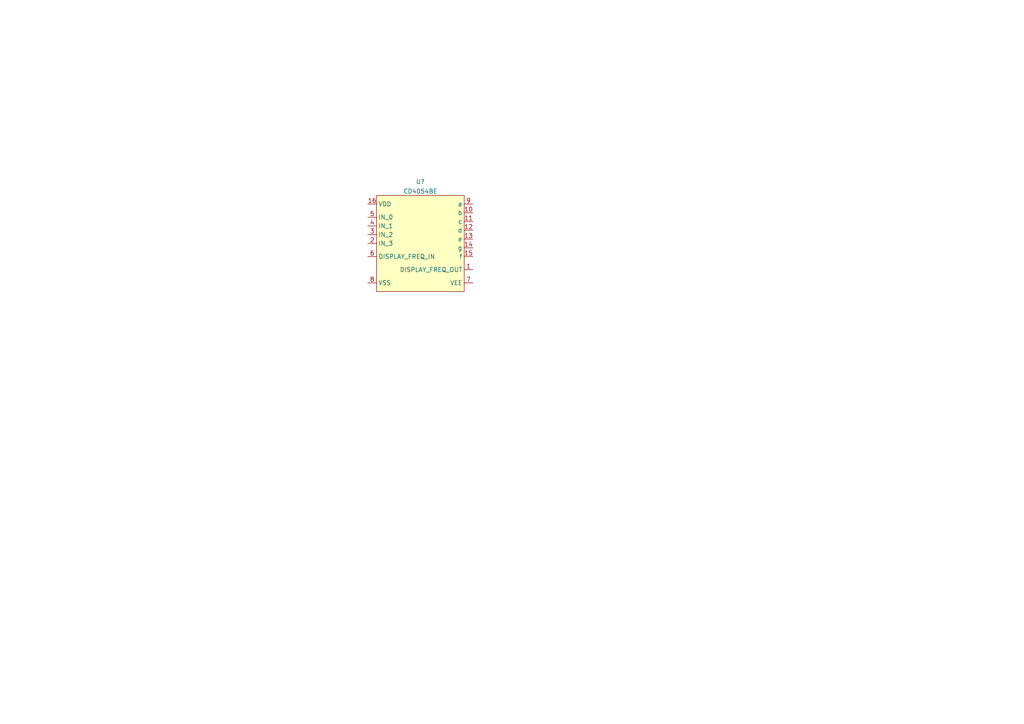
<source format=kicad_sch>
(kicad_sch (version 20211123) (generator eeschema)
  (paper "A4")
  (lib_symbols
    (symbol "Private_library:CD4054BE"
      (property "Reference" "U?" (at 1.27 1.27 0))
      (property "Value" "CD4054BE" (at 5.08 -30.48 0))
      (symbol "CD4054BE_0_1"
        (rectangle (start 0 0) (end 25.4 -27.94) (stroke (width 0.1524)) (fill (type background)))
      )
      (symbol "CD4054BE_1_1"
        (pin output line (at 27.94 -21.59 180) (length 2.54) (name "DISPLAY_FREQ_OUT") (number "1"))
        (pin output line (at 27.94 -5.08 180) (length 2.54) (name "b") (number "10"))
        (pin output line (at 27.94 -7.62 180) (length 2.54) (name "c") (number "11"))
        (pin output line (at 27.94 -10.16 180) (length 2.54) (name "d") (number "12"))
        (pin output line (at 27.94 -12.7 180) (length 2.54) (name "e") (number "13"))
        (pin output line (at 27.94 -15.24 180) (length 2.54) (name "g") (number "14"))
        (pin output line (at 27.94 -17.78 180) (length 2.54) (name "f") (number "15"))
        (pin power_in line (at -2.54 -2.54 0) (length 2.54) (name "VDD") (number "16"))
        (pin input line (at -2.54 -13.97 0) (length 2.54) (name "IN_3") (number "2"))
        (pin input line (at -2.54 -11.43 0) (length 2.54) (name "IN_2") (number "3"))
        (pin input line (at -2.54 -8.89 0) (length 2.54) (name "IN_1") (number "4"))
        (pin input line (at -2.54 -6.35 0) (length 2.54) (name "IN_0") (number "5"))
        (pin input line (at -2.54 -17.78 0) (length 2.54) (name "DISPLAY_FREQ_IN") (number "6"))
        (pin power_in line (at 27.94 -25.4 180) (length 2.54) (name "VEE") (number "7"))
        (pin power_in line (at -2.54 -25.4 0) (length 2.54) (name "VSS") (number "8"))
        (pin output line (at 27.94 -2.54 180) (length 2.54) (name "a") (number "9"))
      )
    )
  )
  (symbol (lib_id "Private_library:CD4054BE") (at 109.22 56.642 0) (unit 1)
    (property "Reference" "U?" (at 121.92 52.7263 0))
    (property "Value" "CD4054BE" (at 121.92 55.5014 0))
    (property "Datasheet" "https://www.ti.com/lit/ds/symlink/cd4054b.pdf?HQS=dis-dk-null-digikeymode-dsf-pf-null-wwe&ts=1642623423779&ref_url=https%253A%252F%252Fwww.ti.com%252Fgeneral%252Fdocs%252Fsuppproductinfo.tsp%253FdistId%253D10%2526gotoUrl%253Dhttps%253A%252F%252Fwww.ti.com%252Flit%252Fgpn%252Fcd4054b" (effects hide))
  )
)
</source>
